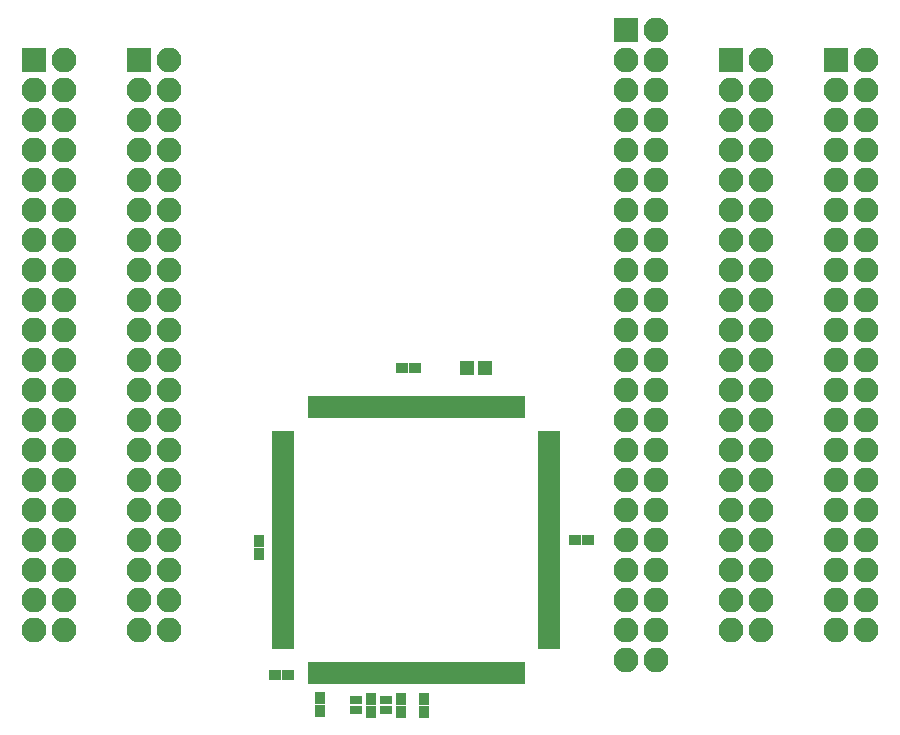
<source format=gbr>
G04 #@! TF.FileFunction,Soldermask,Bot*
%FSLAX46Y46*%
G04 Gerber Fmt 4.6, Leading zero omitted, Abs format (unit mm)*
G04 Created by KiCad (PCBNEW 4.0.5+dfsg1-4) date Sat Apr 15 00:30:14 2017*
%MOMM*%
%LPD*%
G01*
G04 APERTURE LIST*
%ADD10C,0.100000*%
%ADD11R,0.806400X1.900000*%
%ADD12R,1.900000X0.806400*%
%ADD13R,2.100000X2.100000*%
%ADD14O,2.100000X2.100000*%
%ADD15R,1.000000X0.900000*%
%ADD16R,0.900000X1.000000*%
%ADD17R,1.200000X1.150000*%
%ADD18R,1.000000X0.800000*%
G04 APERTURE END LIST*
D10*
D11*
X77585000Y-92890000D03*
X78235000Y-92890000D03*
X78885000Y-92890000D03*
X79535000Y-92890000D03*
X80185000Y-92890000D03*
X80835000Y-92890000D03*
X81485000Y-92890000D03*
X82135000Y-92890000D03*
X82785000Y-92890000D03*
X83435000Y-92890000D03*
X84085000Y-92890000D03*
X84735000Y-92890000D03*
X85385000Y-92890000D03*
X86035000Y-92890000D03*
X86685000Y-92890000D03*
X87335000Y-92890000D03*
X87985000Y-92890000D03*
X88635000Y-92890000D03*
X89285000Y-92890000D03*
X89935000Y-92890000D03*
X90585000Y-92890000D03*
X91235000Y-92890000D03*
X91885000Y-92890000D03*
X92535000Y-92890000D03*
X93185000Y-92890000D03*
X93835000Y-92890000D03*
X94485000Y-92890000D03*
X95135000Y-92890000D03*
D12*
X97610000Y-95365000D03*
X97610000Y-96015000D03*
X97610000Y-96665000D03*
X97610000Y-97315000D03*
X97610000Y-97965000D03*
X97610000Y-98615000D03*
X97610000Y-99265000D03*
X97610000Y-99915000D03*
X97610000Y-100565000D03*
X97610000Y-101215000D03*
X97610000Y-101865000D03*
X97610000Y-102515000D03*
X97610000Y-103165000D03*
X97610000Y-103815000D03*
X97610000Y-104465000D03*
X97610000Y-105115000D03*
X97610000Y-105765000D03*
X97610000Y-106415000D03*
X97610000Y-107065000D03*
X97610000Y-107715000D03*
X97610000Y-108365000D03*
X97610000Y-109015000D03*
X97610000Y-109665000D03*
X97610000Y-110315000D03*
X97610000Y-110965000D03*
X97610000Y-111615000D03*
X97610000Y-112265000D03*
X97610000Y-112915000D03*
D11*
X95135000Y-115390000D03*
X94485000Y-115390000D03*
X93835000Y-115390000D03*
X93185000Y-115390000D03*
X92535000Y-115390000D03*
X91885000Y-115390000D03*
X91235000Y-115390000D03*
X90585000Y-115390000D03*
X89935000Y-115390000D03*
X89285000Y-115390000D03*
X88635000Y-115390000D03*
X87985000Y-115390000D03*
X87335000Y-115390000D03*
X86685000Y-115390000D03*
X86035000Y-115390000D03*
X85385000Y-115390000D03*
X84735000Y-115390000D03*
X84085000Y-115390000D03*
X83435000Y-115390000D03*
X82785000Y-115390000D03*
X82135000Y-115390000D03*
X81485000Y-115390000D03*
X80835000Y-115390000D03*
X80185000Y-115390000D03*
X79535000Y-115390000D03*
X78885000Y-115390000D03*
X78235000Y-115390000D03*
X77585000Y-115390000D03*
D12*
X75110000Y-112915000D03*
X75110000Y-112265000D03*
X75110000Y-111615000D03*
X75110000Y-110965000D03*
X75110000Y-110315000D03*
X75110000Y-109665000D03*
X75110000Y-109015000D03*
X75110000Y-108365000D03*
X75110000Y-107715000D03*
X75110000Y-107065000D03*
X75110000Y-106415000D03*
X75110000Y-105765000D03*
X75110000Y-105115000D03*
X75110000Y-104465000D03*
X75110000Y-103815000D03*
X75110000Y-103165000D03*
X75110000Y-102515000D03*
X75110000Y-101865000D03*
X75110000Y-101215000D03*
X75110000Y-100565000D03*
X75110000Y-99915000D03*
X75110000Y-99265000D03*
X75110000Y-98615000D03*
X75110000Y-97965000D03*
X75110000Y-97315000D03*
X75110000Y-96665000D03*
X75110000Y-96015000D03*
X75110000Y-95365000D03*
D13*
X53975000Y-63500000D03*
D14*
X56515000Y-63500000D03*
X53975000Y-66040000D03*
X56515000Y-66040000D03*
X53975000Y-68580000D03*
X56515000Y-68580000D03*
X53975000Y-71120000D03*
X56515000Y-71120000D03*
X53975000Y-73660000D03*
X56515000Y-73660000D03*
X53975000Y-76200000D03*
X56515000Y-76200000D03*
X53975000Y-78740000D03*
X56515000Y-78740000D03*
X53975000Y-81280000D03*
X56515000Y-81280000D03*
X53975000Y-83820000D03*
X56515000Y-83820000D03*
X53975000Y-86360000D03*
X56515000Y-86360000D03*
X53975000Y-88900000D03*
X56515000Y-88900000D03*
X53975000Y-91440000D03*
X56515000Y-91440000D03*
X53975000Y-93980000D03*
X56515000Y-93980000D03*
X53975000Y-96520000D03*
X56515000Y-96520000D03*
X53975000Y-99060000D03*
X56515000Y-99060000D03*
X53975000Y-101600000D03*
X56515000Y-101600000D03*
X53975000Y-104140000D03*
X56515000Y-104140000D03*
X53975000Y-106680000D03*
X56515000Y-106680000D03*
X53975000Y-109220000D03*
X56515000Y-109220000D03*
X53975000Y-111760000D03*
X56515000Y-111760000D03*
D15*
X86275000Y-89535000D03*
X85175000Y-89535000D03*
X99780000Y-104140000D03*
X100880000Y-104140000D03*
D16*
X86995000Y-117560000D03*
X86995000Y-118660000D03*
X85090000Y-117560000D03*
X85090000Y-118660000D03*
X82550000Y-117560000D03*
X82550000Y-118660000D03*
X78232000Y-117475000D03*
X78232000Y-118575000D03*
D15*
X75480000Y-115570000D03*
X74380000Y-115570000D03*
D16*
X73025000Y-104225000D03*
X73025000Y-105325000D03*
D17*
X92190000Y-89535000D03*
X90690000Y-89535000D03*
D13*
X104140000Y-60960000D03*
D14*
X106680000Y-60960000D03*
X104140000Y-63500000D03*
X106680000Y-63500000D03*
X104140000Y-66040000D03*
X106680000Y-66040000D03*
X104140000Y-68580000D03*
X106680000Y-68580000D03*
X104140000Y-71120000D03*
X106680000Y-71120000D03*
X104140000Y-73660000D03*
X106680000Y-73660000D03*
X104140000Y-76200000D03*
X106680000Y-76200000D03*
X104140000Y-78740000D03*
X106680000Y-78740000D03*
X104140000Y-81280000D03*
X106680000Y-81280000D03*
X104140000Y-83820000D03*
X106680000Y-83820000D03*
X104140000Y-86360000D03*
X106680000Y-86360000D03*
X104140000Y-88900000D03*
X106680000Y-88900000D03*
X104140000Y-91440000D03*
X106680000Y-91440000D03*
X104140000Y-93980000D03*
X106680000Y-93980000D03*
X104140000Y-96520000D03*
X106680000Y-96520000D03*
X104140000Y-99060000D03*
X106680000Y-99060000D03*
X104140000Y-101600000D03*
X106680000Y-101600000D03*
X104140000Y-104140000D03*
X106680000Y-104140000D03*
X104140000Y-106680000D03*
X106680000Y-106680000D03*
X104140000Y-109220000D03*
X106680000Y-109220000D03*
X104140000Y-111760000D03*
X106680000Y-111760000D03*
X104140000Y-114300000D03*
X106680000Y-114300000D03*
D13*
X113030000Y-63500000D03*
D14*
X115570000Y-63500000D03*
X113030000Y-66040000D03*
X115570000Y-66040000D03*
X113030000Y-68580000D03*
X115570000Y-68580000D03*
X113030000Y-71120000D03*
X115570000Y-71120000D03*
X113030000Y-73660000D03*
X115570000Y-73660000D03*
X113030000Y-76200000D03*
X115570000Y-76200000D03*
X113030000Y-78740000D03*
X115570000Y-78740000D03*
X113030000Y-81280000D03*
X115570000Y-81280000D03*
X113030000Y-83820000D03*
X115570000Y-83820000D03*
X113030000Y-86360000D03*
X115570000Y-86360000D03*
X113030000Y-88900000D03*
X115570000Y-88900000D03*
X113030000Y-91440000D03*
X115570000Y-91440000D03*
X113030000Y-93980000D03*
X115570000Y-93980000D03*
X113030000Y-96520000D03*
X115570000Y-96520000D03*
X113030000Y-99060000D03*
X115570000Y-99060000D03*
X113030000Y-101600000D03*
X115570000Y-101600000D03*
X113030000Y-104140000D03*
X115570000Y-104140000D03*
X113030000Y-106680000D03*
X115570000Y-106680000D03*
X113030000Y-109220000D03*
X115570000Y-109220000D03*
X113030000Y-111760000D03*
X115570000Y-111760000D03*
D13*
X121920000Y-63500000D03*
D14*
X124460000Y-63500000D03*
X121920000Y-66040000D03*
X124460000Y-66040000D03*
X121920000Y-68580000D03*
X124460000Y-68580000D03*
X121920000Y-71120000D03*
X124460000Y-71120000D03*
X121920000Y-73660000D03*
X124460000Y-73660000D03*
X121920000Y-76200000D03*
X124460000Y-76200000D03*
X121920000Y-78740000D03*
X124460000Y-78740000D03*
X121920000Y-81280000D03*
X124460000Y-81280000D03*
X121920000Y-83820000D03*
X124460000Y-83820000D03*
X121920000Y-86360000D03*
X124460000Y-86360000D03*
X121920000Y-88900000D03*
X124460000Y-88900000D03*
X121920000Y-91440000D03*
X124460000Y-91440000D03*
X121920000Y-93980000D03*
X124460000Y-93980000D03*
X121920000Y-96520000D03*
X124460000Y-96520000D03*
X121920000Y-99060000D03*
X124460000Y-99060000D03*
X121920000Y-101600000D03*
X124460000Y-101600000D03*
X121920000Y-104140000D03*
X124460000Y-104140000D03*
X121920000Y-106680000D03*
X124460000Y-106680000D03*
X121920000Y-109220000D03*
X124460000Y-109220000D03*
X121920000Y-111760000D03*
X124460000Y-111760000D03*
D13*
X62865000Y-63500000D03*
D14*
X65405000Y-63500000D03*
X62865000Y-66040000D03*
X65405000Y-66040000D03*
X62865000Y-68580000D03*
X65405000Y-68580000D03*
X62865000Y-71120000D03*
X65405000Y-71120000D03*
X62865000Y-73660000D03*
X65405000Y-73660000D03*
X62865000Y-76200000D03*
X65405000Y-76200000D03*
X62865000Y-78740000D03*
X65405000Y-78740000D03*
X62865000Y-81280000D03*
X65405000Y-81280000D03*
X62865000Y-83820000D03*
X65405000Y-83820000D03*
X62865000Y-86360000D03*
X65405000Y-86360000D03*
X62865000Y-88900000D03*
X65405000Y-88900000D03*
X62865000Y-91440000D03*
X65405000Y-91440000D03*
X62865000Y-93980000D03*
X65405000Y-93980000D03*
X62865000Y-96520000D03*
X65405000Y-96520000D03*
X62865000Y-99060000D03*
X65405000Y-99060000D03*
X62865000Y-101600000D03*
X65405000Y-101600000D03*
X62865000Y-104140000D03*
X65405000Y-104140000D03*
X62865000Y-106680000D03*
X65405000Y-106680000D03*
X62865000Y-109220000D03*
X65405000Y-109220000D03*
X62865000Y-111760000D03*
X65405000Y-111760000D03*
D18*
X81280000Y-117660000D03*
X81280000Y-118560000D03*
X83820000Y-117660000D03*
X83820000Y-118560000D03*
M02*

</source>
